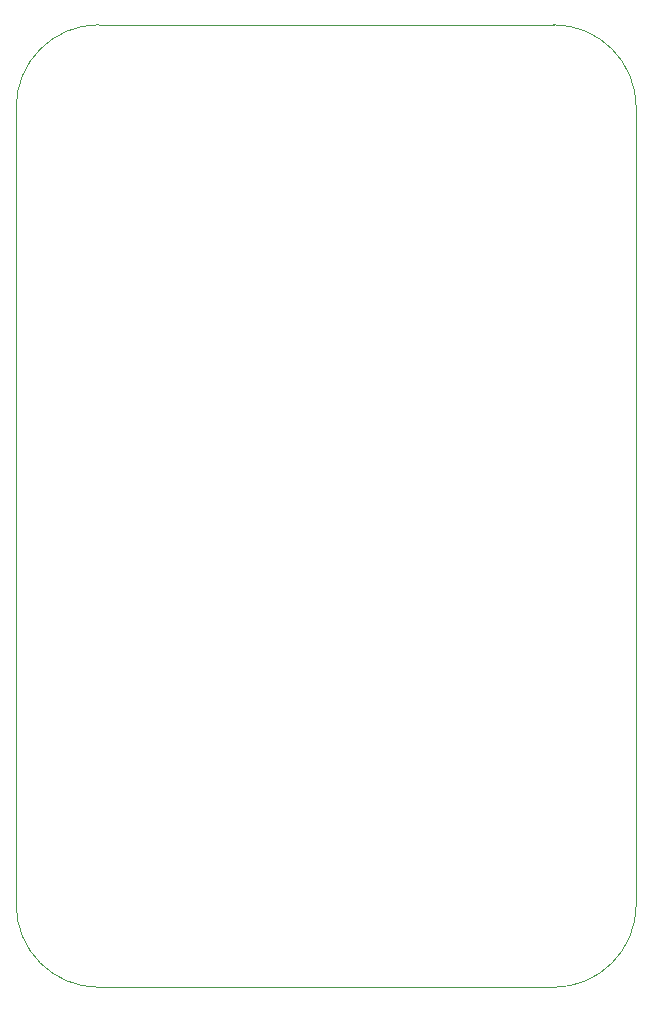
<source format=gbr>
%TF.GenerationSoftware,KiCad,Pcbnew,(5.1.6)-1*%
%TF.CreationDate,2020-10-09T05:29:33-04:00*%
%TF.ProjectId,RFID_PROJECT_3-WAY-SPLITTER,52464944-5f50-4524-9f4a-4543545f332d,B*%
%TF.SameCoordinates,Original*%
%TF.FileFunction,Profile,NP*%
%FSLAX46Y46*%
G04 Gerber Fmt 4.6, Leading zero omitted, Abs format (unit mm)*
G04 Created by KiCad (PCBNEW (5.1.6)-1) date 2020-10-09 05:29:33*
%MOMM*%
%LPD*%
G01*
G04 APERTURE LIST*
%TA.AperFunction,Profile*%
%ADD10C,0.050000*%
%TD*%
%TA.AperFunction,Profile*%
%ADD11C,0.100000*%
%TD*%
G04 APERTURE END LIST*
D10*
X174000000Y-116500000D02*
G75*
G02*
X167000000Y-123500000I-7000000J0D01*
G01*
X167000000Y-42000000D02*
G75*
G02*
X174000000Y-49000000I0J-7000000D01*
G01*
X128500000Y-123500000D02*
G75*
G02*
X121500000Y-116500000I0J7000000D01*
G01*
X121500000Y-49000000D02*
G75*
G02*
X128500000Y-42000000I7000000J0D01*
G01*
D11*
X174000000Y-49000000D02*
X174000000Y-116500000D01*
X128500000Y-42000000D02*
X167000000Y-42000000D01*
X121500000Y-116500000D02*
X121500000Y-49000000D01*
X167000000Y-123500000D02*
X128500000Y-123500000D01*
M02*

</source>
